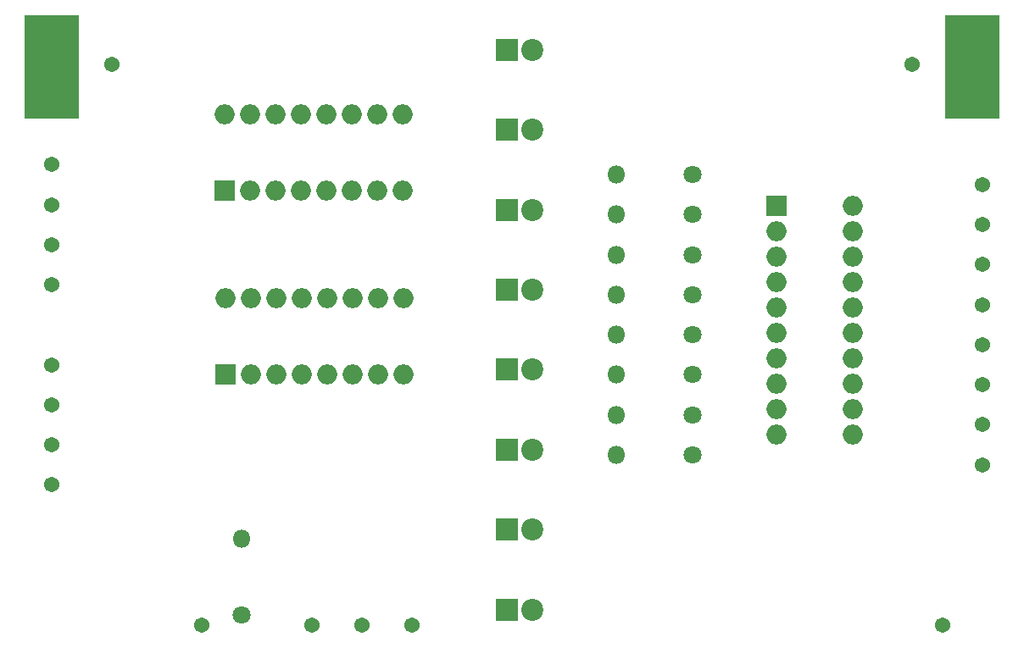
<source format=gbr>
G04 #@! TF.FileFunction,Soldermask,Top*
%FSLAX46Y46*%
G04 Gerber Fmt 4.6, Leading zero omitted, Abs format (unit mm)*
G04 Created by KiCad (PCBNEW 4.0.5-e0-6337~49~ubuntu16.04.1) date Sun Apr  9 14:57:13 2017*
%MOMM*%
%LPD*%
G01*
G04 APERTURE LIST*
%ADD10C,0.100000*%
%ADD11R,2.000000X2.000000*%
%ADD12O,2.000000X2.000000*%
%ADD13C,1.543000*%
%ADD14R,5.400000X10.400000*%
%ADD15R,2.200000X2.200000*%
%ADD16C,2.200000*%
%ADD17C,1.800000*%
%ADD18O,1.800000X1.800000*%
G04 APERTURE END LIST*
D10*
D11*
X71300000Y-67620000D03*
D12*
X89080000Y-60000000D03*
X73840000Y-67620000D03*
X86540000Y-60000000D03*
X76380000Y-67620000D03*
X84000000Y-60000000D03*
X78920000Y-67620000D03*
X81460000Y-60000000D03*
X81460000Y-67620000D03*
X78920000Y-60000000D03*
X84000000Y-67620000D03*
X76380000Y-60000000D03*
X86540000Y-67620000D03*
X73840000Y-60000000D03*
X89080000Y-67620000D03*
X71300000Y-60000000D03*
D13*
X69000000Y-111000000D03*
X143000000Y-111000000D03*
X60000000Y-55000000D03*
D14*
X54000000Y-55275000D03*
D13*
X140000000Y-55000000D03*
D14*
X146000000Y-55275000D03*
D11*
X71380000Y-86000000D03*
D12*
X89160000Y-78380000D03*
X73920000Y-86000000D03*
X86620000Y-78380000D03*
X76460000Y-86000000D03*
X84080000Y-78380000D03*
X79000000Y-86000000D03*
X81540000Y-78380000D03*
X81540000Y-86000000D03*
X79000000Y-78380000D03*
X84080000Y-86000000D03*
X76460000Y-78380000D03*
X86620000Y-86000000D03*
X73920000Y-78380000D03*
X89160000Y-86000000D03*
X71380000Y-78380000D03*
D11*
X126380000Y-69140000D03*
D12*
X134000000Y-92000000D03*
X126380000Y-71680000D03*
X134000000Y-89460000D03*
X126380000Y-74220000D03*
X134000000Y-86920000D03*
X126380000Y-76760000D03*
X134000000Y-84380000D03*
X126380000Y-79300000D03*
X134000000Y-81840000D03*
X126380000Y-81840000D03*
X134000000Y-79300000D03*
X126380000Y-84380000D03*
X134000000Y-76760000D03*
X126380000Y-86920000D03*
X134000000Y-74220000D03*
X126380000Y-89460000D03*
X134000000Y-71680000D03*
X126380000Y-92000000D03*
X134000000Y-69140000D03*
D15*
X99460000Y-53500000D03*
D16*
X102000000Y-53500000D03*
D15*
X99460000Y-61500000D03*
D16*
X102000000Y-61500000D03*
D15*
X99460000Y-69500000D03*
D16*
X102000000Y-69500000D03*
D15*
X99460000Y-77500000D03*
D16*
X102000000Y-77500000D03*
D15*
X99460000Y-85500000D03*
D16*
X102000000Y-85500000D03*
D15*
X99460000Y-93500000D03*
D16*
X102000000Y-93500000D03*
D15*
X99460000Y-101500000D03*
D16*
X102000000Y-101500000D03*
D15*
X99460000Y-109500000D03*
D16*
X102000000Y-109500000D03*
D13*
X90000000Y-111000000D03*
X85000000Y-111000000D03*
X80000000Y-111000000D03*
X54000000Y-65000000D03*
X54000000Y-69000000D03*
X54000000Y-73000000D03*
X54000000Y-77000000D03*
X54000000Y-85000000D03*
X54000000Y-89000000D03*
X54000000Y-93000000D03*
X54000000Y-97000000D03*
X147000000Y-67000000D03*
X147000000Y-71000000D03*
X147000000Y-75000000D03*
X147000000Y-79000000D03*
X147000000Y-83000000D03*
X147000000Y-87000000D03*
X147000000Y-91000000D03*
X147000000Y-95000000D03*
D17*
X118000000Y-66000000D03*
D18*
X110380000Y-66000000D03*
D17*
X118000000Y-70000000D03*
D18*
X110380000Y-70000000D03*
D17*
X118000000Y-74000000D03*
D18*
X110380000Y-74000000D03*
D17*
X118000000Y-78000000D03*
D18*
X110380000Y-78000000D03*
D17*
X118000000Y-82000000D03*
D18*
X110380000Y-82000000D03*
D17*
X118000000Y-86000000D03*
D18*
X110380000Y-86000000D03*
D17*
X118000000Y-90000000D03*
D18*
X110380000Y-90000000D03*
D17*
X118000000Y-94000000D03*
D18*
X110380000Y-94000000D03*
D17*
X73000000Y-110000000D03*
D18*
X73000000Y-102380000D03*
M02*

</source>
